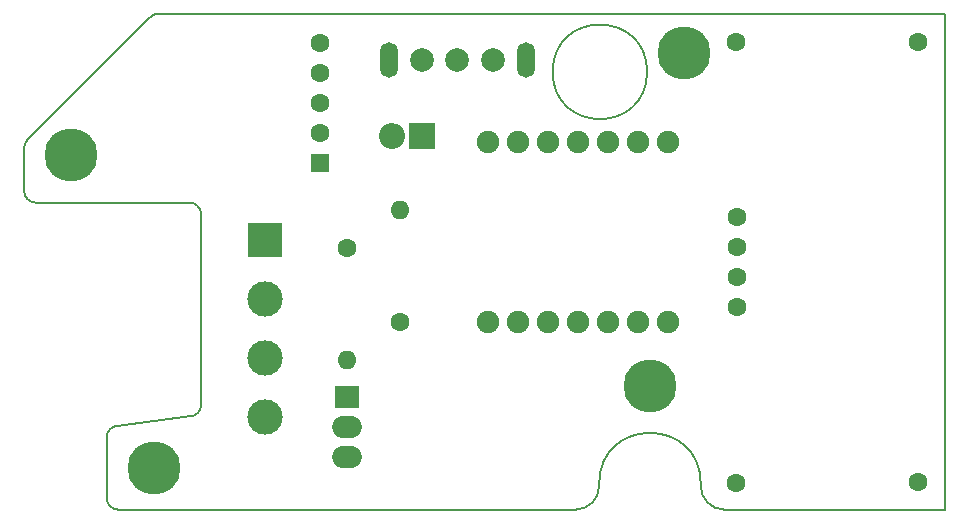
<source format=gts>
%TF.GenerationSoftware,KiCad,Pcbnew,9.0.1*%
%TF.CreationDate,2025-07-07T12:26:16-04:00*%
%TF.ProjectId,cablight-project,6361626c-6967-4687-942d-70726f6a6563,rev?*%
%TF.SameCoordinates,Original*%
%TF.FileFunction,Soldermask,Top*%
%TF.FilePolarity,Negative*%
%FSLAX46Y46*%
G04 Gerber Fmt 4.6, Leading zero omitted, Abs format (unit mm)*
G04 Created by KiCad (PCBNEW 9.0.1) date 2025-07-07 12:26:16*
%MOMM*%
%LPD*%
G01*
G04 APERTURE LIST*
%ADD10R,3.000000X3.000000*%
%ADD11C,3.000000*%
%ADD12R,2.200000X2.200000*%
%ADD13O,2.200000X2.200000*%
%ADD14C,1.600000*%
%ADD15O,1.600000X1.600000*%
%ADD16C,1.901600*%
%ADD17O,2.500000X1.900000*%
%ADD18R,2.000000X1.900000*%
%ADD19C,3.100000*%
%ADD20C,4.500000*%
%ADD21R,1.600000X1.600000*%
%ADD22O,1.500000X3.000000*%
%ADD23C,2.000000*%
%TA.AperFunction,Profile*%
%ADD24C,0.150000*%
%TD*%
G04 APERTURE END LIST*
D10*
%TO.C,J3*%
X-57593000Y-19165000D03*
D11*
X-57593000Y-24165000D03*
X-57593000Y-29165000D03*
X-57593000Y-34165000D03*
%TD*%
D12*
%TO.C,D1*%
X-44258000Y-10402000D03*
D13*
X-46798000Y-10402000D03*
%TD*%
D14*
%TO.C,R4*%
X-46163000Y-26150000D03*
D15*
X-46163000Y-16650000D03*
%TD*%
D14*
%TO.C,R5*%
X-50608000Y-19825000D03*
D15*
X-50608000Y-29325000D03*
%TD*%
D16*
%TO.C,U1*%
X-38670000Y-26150000D03*
X-36130000Y-26150000D03*
X-33590000Y-26150000D03*
X-31050000Y-26150000D03*
X-28510000Y-26150000D03*
X-25970000Y-26150000D03*
X-23430000Y-26150000D03*
X-23430000Y-10910000D03*
X-25970000Y-10910000D03*
X-28510000Y-10910000D03*
X-31050000Y-10910000D03*
X-33590000Y-10910000D03*
X-36130000Y-10910000D03*
X-38670000Y-10910000D03*
%TD*%
D14*
%TO.C,S1*%
X-17588000Y-24880000D03*
X-17588000Y-22340000D03*
X-17588000Y-19800000D03*
X-17588000Y-17260000D03*
X-17700000Y-39720000D03*
X-2300000Y-39695000D03*
X-17700000Y-2420000D03*
X-2300000Y-2420000D03*
%TD*%
D17*
%TO.C,Q1*%
X-50608000Y-35000000D03*
D18*
X-50608000Y-32460000D03*
D17*
X-50608000Y-37540000D03*
%TD*%
D19*
%TO.C,M2.5*%
X-67000000Y-38500000D03*
D20*
X-67000000Y-38500000D03*
%TD*%
D19*
%TO.C,M2.5*%
X-25000000Y-31500000D03*
D20*
X-25000000Y-31500000D03*
%TD*%
D19*
%TO.C,M2.5*%
X-74000000Y-12000000D03*
D20*
X-74000000Y-12000000D03*
%TD*%
D19*
%TO.C,M2.5*%
X-22138000Y-3330000D03*
D20*
X-22138000Y-3330000D03*
%TD*%
D21*
%TO.C,P1*%
X-52894000Y-12688000D03*
D14*
X-52894000Y-10148000D03*
X-52894000Y-7608000D03*
X-52894000Y-5068000D03*
X-52894000Y-2528000D03*
%TD*%
D22*
%TO.C,SW3*%
X-47100000Y-3958000D03*
D23*
X-38300000Y-3958000D03*
D22*
X-35500000Y-3958000D03*
D23*
X-41300000Y-3958000D03*
X-44300000Y-3958000D03*
%TD*%
D24*
X-63000000Y-17000000D02*
X-63000000Y-33117218D01*
X-71000000Y-35882782D02*
G75*
G02*
X-70124033Y-34890522I1000000J-18D01*
G01*
X-63000000Y-33117218D02*
G75*
G02*
X-63875967Y-34109478I-1000000J18D01*
G01*
X-18700000Y-42000000D02*
X0Y-42000000D01*
X-78000000Y-11414214D02*
G75*
G02*
X-77707114Y-10707100I1000000J14D01*
G01*
X-29300000Y-39800000D02*
X-29300000Y-40000000D01*
X0Y0D02*
X0Y-42000000D01*
X-29300000Y-39800000D02*
G75*
G02*
X-20700000Y-39800000I4300000J0D01*
G01*
X-77000000Y-16000000D02*
X-64000000Y-16000000D01*
X-18700000Y-42000000D02*
G75*
G02*
X-20700000Y-40000000I0J2000000D01*
G01*
X-67292893Y-292893D02*
X-77707107Y-10707107D01*
X-25238000Y-4930000D02*
G75*
G02*
X-33238000Y-4930000I-4000000J0D01*
G01*
X-33238000Y-4930000D02*
G75*
G02*
X-25238000Y-4930000I4000000J0D01*
G01*
X-78000000Y-11414214D02*
X-78000000Y-15000000D01*
X0Y0D02*
X-66585786Y0D01*
X-64000000Y-16000000D02*
G75*
G02*
X-63000000Y-17000000I0J-1000000D01*
G01*
X-77000000Y-16000000D02*
G75*
G02*
X-78000000Y-15000000I0J1000000D01*
G01*
X-71000000Y-35882782D02*
X-71000000Y-41000000D01*
X-29300000Y-40000000D02*
G75*
G02*
X-31300000Y-42000000I-2000000J0D01*
G01*
X-67292893Y-292893D02*
G75*
G02*
X-66585786Y-39I707093J-707207D01*
G01*
X-70000000Y-42000000D02*
G75*
G02*
X-71000000Y-41000000I0J1000000D01*
G01*
X-31300000Y-42000000D02*
X-70000000Y-42000000D01*
X-63875965Y-34109496D02*
X-70124035Y-34890504D01*
X-20700000Y-40000000D02*
X-20700000Y-39800000D01*
M02*

</source>
